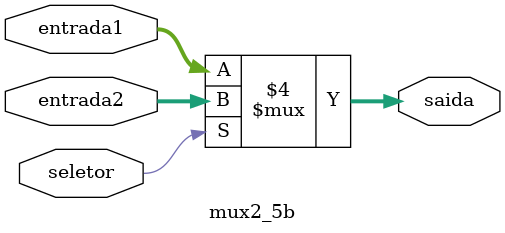
<source format=v>
module mux2_5b(seletor, entrada1, entrada2, saida);
	input seletor;
	input [4:0]entrada1, entrada2;
	output reg [4:0]saida;
	
always @(*) begin
	if(seletor == 1'b0)
		saida = entrada1;
	else
		saida = entrada2;
	
end
endmodule

</source>
